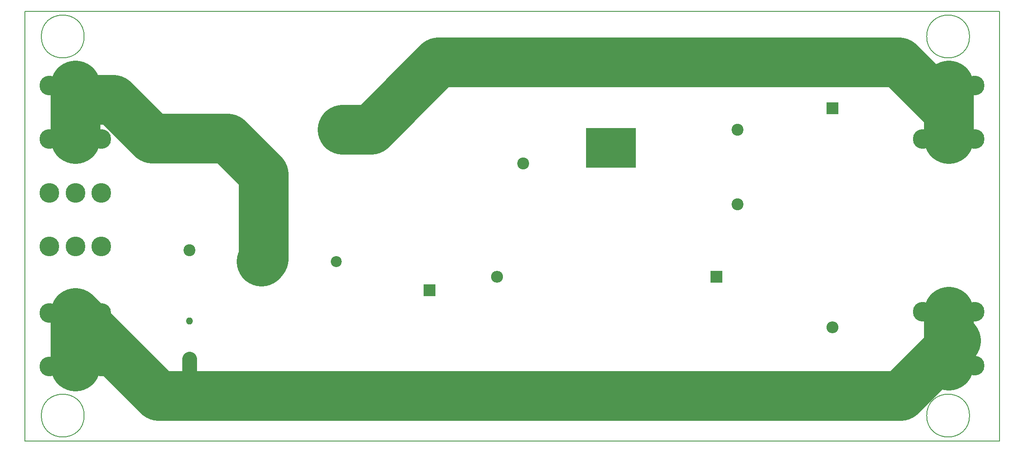
<source format=gbr>
%TF.GenerationSoftware,KiCad,Pcbnew,7.0.7*%
%TF.CreationDate,2023-09-25T12:20:41+02:00*%
%TF.ProjectId,GradientAmplifierFilter_V1,47726164-6965-46e7-9441-6d706c696669,rev?*%
%TF.SameCoordinates,Original*%
%TF.FileFunction,Copper,L4,Bot*%
%TF.FilePolarity,Positive*%
%FSLAX46Y46*%
G04 Gerber Fmt 4.6, Leading zero omitted, Abs format (unit mm)*
G04 Created by KiCad (PCBNEW 7.0.7) date 2023-09-25 12:20:41*
%MOMM*%
%LPD*%
G01*
G04 APERTURE LIST*
%TA.AperFunction,ComponentPad*%
%ADD10R,3.200000X8.000000*%
%TD*%
%TA.AperFunction,ComponentPad*%
%ADD11C,3.960000*%
%TD*%
%TA.AperFunction,ComponentPad*%
%ADD12C,2.200000*%
%TD*%
%TA.AperFunction,ComponentPad*%
%ADD13R,10.000000X8.000000*%
%TD*%
%TA.AperFunction,ComponentPad*%
%ADD14R,8.000000X8.000000*%
%TD*%
%TA.AperFunction,ComponentPad*%
%ADD15R,2.400000X2.400000*%
%TD*%
%TA.AperFunction,ComponentPad*%
%ADD16O,2.400000X2.400000*%
%TD*%
%TA.AperFunction,ComponentPad*%
%ADD17C,2.400000*%
%TD*%
%TA.AperFunction,ComponentPad*%
%ADD18C,1.400000*%
%TD*%
%TA.AperFunction,ComponentPad*%
%ADD19O,1.400000X1.400000*%
%TD*%
%TA.AperFunction,Conductor*%
%ADD20C,10.000000*%
%TD*%
%TA.AperFunction,Conductor*%
%ADD21C,3.000000*%
%TD*%
%TA.AperFunction,Profile*%
%ADD22C,0.150000*%
%TD*%
G04 APERTURE END LIST*
D10*
%TO.P,U1,1,1*%
%TO.N,GradientIn+*%
X32990000Y-56500000D03*
%TO.P,U1,2,2*%
%TO.N,GradientOut+*%
X48790000Y-47500000D03*
%TD*%
D11*
%TO.P,J4,1,1*%
%TO.N,GradientIn-*%
X165220000Y-94890000D03*
%TO.P,J4,2,2*%
X165220000Y-84090000D03*
%TO.P,J4,3,3*%
X170430000Y-94890000D03*
%TO.P,J4,4,4*%
X170430000Y-84090000D03*
%TO.P,J4,5,5*%
X175640000Y-94890000D03*
%TO.P,J4,6,6*%
X175640000Y-84090000D03*
%TD*%
D12*
%TO.P,C1,1*%
%TO.N,GradientIn+*%
X32500000Y-74000000D03*
%TO.P,C1,2*%
%TO.N,Net-(C1-Pad2)*%
X47500000Y-74000000D03*
%TD*%
D11*
%TO.P,J1,1,1*%
%TO.N,GradientIn+*%
X380000Y-38610000D03*
%TO.P,J1,2,2*%
X380000Y-49410000D03*
%TO.P,J1,3,3*%
X-4830000Y-38610000D03*
%TO.P,J1,4,4*%
X-4830000Y-49410000D03*
%TO.P,J1,5,5*%
X-10040000Y-38610000D03*
%TO.P,J1,6,6*%
X-10040000Y-49410000D03*
%TD*%
D13*
%TO.P,L1,1*%
%TO.N,Net-(C2-Pad1)*%
X102600000Y-51150000D03*
D14*
%TO.P,L1,2*%
%TO.N,GradientOut+*%
X112120000Y-34650000D03*
%TD*%
D15*
%TO.P,R3,1*%
%TO.N,Net-(C2-Pad2)*%
X147050000Y-43200000D03*
D16*
%TO.P,R3,2*%
%TO.N,Earth*%
X147050000Y-87200000D03*
%TD*%
D15*
%TO.P,R1,1*%
%TO.N,Net-(C1-Pad2)*%
X66240000Y-79780000D03*
D16*
%TO.P,R1,2*%
%TO.N,GradientOut+*%
X66240000Y-35780000D03*
%TD*%
D11*
%TO.P,J3,1,1*%
%TO.N,Earth*%
X-10040000Y-71000000D03*
%TO.P,J3,2,2*%
X-10040000Y-60200000D03*
%TO.P,J3,3,3*%
X-4830000Y-71000000D03*
%TO.P,J3,4,4*%
X-4830000Y-60200000D03*
%TO.P,J3,5,5*%
X380000Y-71000000D03*
%TO.P,J3,6,6*%
X380000Y-60200000D03*
%TD*%
D15*
%TO.P,R2,1*%
%TO.N,Earth*%
X123800000Y-77050000D03*
D16*
%TO.P,R2,2*%
%TO.N,Net-(C4-Pad2)*%
X79800000Y-77050000D03*
%TD*%
D17*
%TO.P,C4,1*%
%TO.N,GradientOut+*%
X85000000Y-31750000D03*
%TO.P,C4,2*%
%TO.N,Net-(C4-Pad2)*%
X85000000Y-54250000D03*
%TD*%
%TO.P,C2,1*%
%TO.N,Net-(C2-Pad1)*%
X128000000Y-62500000D03*
%TO.P,C2,2*%
%TO.N,Net-(C2-Pad2)*%
X128000000Y-47500000D03*
%TD*%
D11*
%TO.P,J5,1,1*%
%TO.N,GradientOut+*%
X165220000Y-49410000D03*
%TO.P,J5,2,2*%
X165220000Y-38610000D03*
%TO.P,J5,3,3*%
X170430000Y-49410000D03*
%TO.P,J5,4,4*%
X170430000Y-38610000D03*
%TO.P,J5,5,5*%
X175640000Y-49410000D03*
%TO.P,J5,6,6*%
X175640000Y-38610000D03*
%TD*%
D17*
%TO.P,C3,1*%
%TO.N,GradientIn+*%
X18030000Y-49270000D03*
%TO.P,C3,2*%
%TO.N,Net-(C3-Pad2)*%
X18030000Y-71770000D03*
%TD*%
D18*
%TO.P,R4,1*%
%TO.N,GradientIn-*%
X18030000Y-93540000D03*
D19*
%TO.P,R4,2*%
%TO.N,Net-(C3-Pad2)*%
X18030000Y-85920000D03*
%TD*%
D11*
%TO.P,J2,1,1*%
%TO.N,GradientIn-*%
X380000Y-84330000D03*
%TO.P,J2,2,2*%
X380000Y-95130000D03*
%TO.P,J2,3,3*%
X-4830000Y-84330000D03*
%TO.P,J2,4,4*%
X-4830000Y-95130000D03*
%TO.P,J2,5,5*%
X-10040000Y-84330000D03*
%TO.P,J2,6,6*%
X-10040000Y-95130000D03*
%TD*%
D20*
%TO.N,GradientOut+*%
X68020000Y-34000000D02*
X160430000Y-34000000D01*
X170430000Y-44000000D02*
X170430000Y-49410000D01*
X170430000Y-38610000D02*
X170430000Y-44000000D01*
X54520000Y-47500000D02*
X66240000Y-35780000D01*
X160430000Y-34000000D02*
X170430000Y-44000000D01*
X48790000Y-47500000D02*
X54520000Y-47500000D01*
X66240000Y-35780000D02*
X68020000Y-34000000D01*
%TO.N,GradientIn-*%
X11840000Y-101000000D02*
X18000000Y-101000000D01*
X18000000Y-101000000D02*
X160796300Y-101000000D01*
X-4830000Y-84330000D02*
X-4830000Y-95130000D01*
X-4830000Y-84330000D02*
X11840000Y-101000000D01*
D21*
X18030000Y-93540000D02*
X18030000Y-100970000D01*
X18030000Y-100970000D02*
X18000000Y-101000000D01*
D20*
X169426300Y-92370000D02*
X171900000Y-89896300D01*
X170430000Y-84090000D02*
X170430000Y-94890000D01*
X160796300Y-101000000D02*
X169426300Y-92370000D01*
%TO.N,GradientIn+*%
X-4830000Y-41470000D02*
X2790000Y-41470000D01*
X32990000Y-56500000D02*
X32990000Y-73510000D01*
X18030000Y-49270000D02*
X25760000Y-49270000D01*
X32990000Y-73510000D02*
X32500000Y-74000000D01*
X25760000Y-49270000D02*
X32990000Y-56500000D01*
X10590000Y-49270000D02*
X18030000Y-49270000D01*
X2790000Y-41470000D02*
X10590000Y-49270000D01*
X-4830000Y-38610000D02*
X-4830000Y-41470000D01*
X-4830000Y-41470000D02*
X-4830000Y-49410000D01*
%TD*%
D22*
X-14990000Y-23690000D02*
X180590000Y-23690000D01*
X180590000Y-110050000D01*
X-14990000Y-110050000D01*
X-14990000Y-23690000D01*
X-3070000Y-28770000D02*
G75*
G03*
X-3070000Y-28770000I-4300000J0D01*
G01*
X174600000Y-104970000D02*
G75*
G03*
X174600000Y-104970000I-4300000J0D01*
G01*
X174600000Y-28770000D02*
G75*
G03*
X174600000Y-28770000I-4300000J0D01*
G01*
X-3070000Y-104970000D02*
G75*
G03*
X-3070000Y-104970000I-4300000J0D01*
G01*
M02*

</source>
